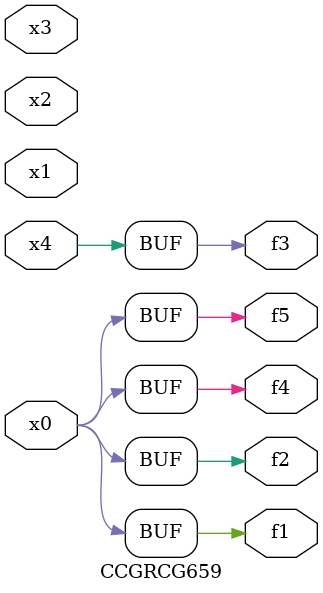
<source format=v>
module CCGRCG659(
	input x0, x1, x2, x3, x4,
	output f1, f2, f3, f4, f5
);
	assign f1 = x0;
	assign f2 = x0;
	assign f3 = x4;
	assign f4 = x0;
	assign f5 = x0;
endmodule

</source>
